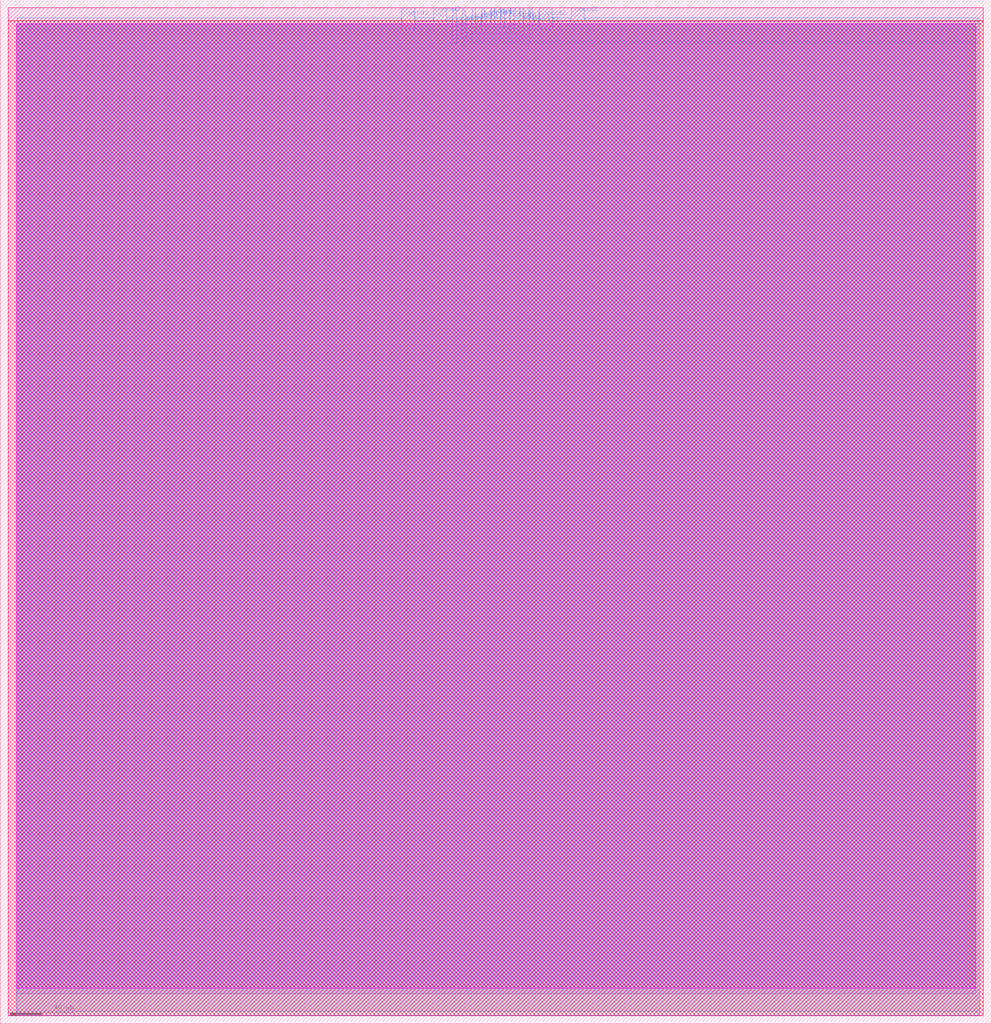
<source format=lef>
VERSION 5.7 ;
  NOWIREEXTENSIONATPIN ON ;
  DIVIDERCHAR "/" ;
  BUSBITCHARS "[]" ;
MACRO top_fgcaptest
  CLASS BLOCK ;
  FOREIGN top_fgcaptest ;
  ORIGIN 10.000 179.000 ;
  SIZE 619.600 BY 640.000 ;
  PIN vccd2
    USE POWER ;
    PORT
      LAYER met3 ;
        RECT 327.000 443.000 335.000 456.000 ;
    END
    PORT
      LAYER met3 ;
        RECT 241.000 443.000 249.000 456.000 ;
    END
  END vccd2
  PIN vssd2
    USE GROUND ;
    PORT
      LAYER met3 ;
        RECT 261.000 448.000 269.000 456.000 ;
    END
    PORT
      LAYER met3 ;
        RECT 347.000 448.000 355.000 456.000 ;
    END
  END vssd2
  PIN addr[0]
    DIRECTION INPUT ;
    USE SIGNAL ;
    ANTENNAGATEAREA 1.237500 ;
    PORT
      LAYER met3 ;
        RECT 273.000 434.000 275.000 456.000 ;
    END
  END addr[0]
  PIN addr[1]
    DIRECTION INPUT ;
    USE SIGNAL ;
    ANTENNAGATEAREA 1.237500 ;
    PORT
      LAYER met3 ;
        RECT 279.000 437.000 281.000 456.000 ;
    END
  END addr[1]
  PIN addr[2]
    DIRECTION INPUT ;
    USE SIGNAL ;
    ANTENNAGATEAREA 1.237500 ;
    PORT
      LAYER met3 ;
        RECT 285.000 440.000 287.000 456.000 ;
    END
  END addr[2]
  PIN addr[3]
    DIRECTION INPUT ;
    USE SIGNAL ;
    ANTENNAGATEAREA 1.237500 ;
    PORT
      LAYER met3 ;
        RECT 291.000 443.000 293.000 456.000 ;
    END
  END addr[3]
  PIN addr[4]
    DIRECTION INPUT ;
    USE SIGNAL ;
    ANTENNAGATEAREA 2.475000 ;
    PORT
      LAYER met3 ;
        RECT 297.000 446.000 299.000 456.000 ;
    END
  END addr[4]
  PIN addr[5]
    DIRECTION INPUT ;
    USE SIGNAL ;
    ANTENNAGATEAREA 2.475000 ;
    PORT
      LAYER met3 ;
        RECT 303.000 444.200 305.000 456.000 ;
    END
  END addr[5]
  PIN addr[6]
    DIRECTION INPUT ;
    USE SIGNAL ;
    ANTENNAGATEAREA 2.475000 ;
    PORT
      LAYER met3 ;
        RECT 309.000 441.200 311.000 456.000 ;
    END
  END addr[6]
  PIN addr[7]
    DIRECTION INPUT ;
    USE SIGNAL ;
    ANTENNAGATEAREA 2.475000 ;
    PORT
      LAYER met3 ;
        RECT 315.000 438.200 317.000 456.000 ;
    END
  END addr[7]
  PIN addr[8]
    DIRECTION INPUT ;
    USE SIGNAL ;
    ANTENNAGATEAREA 8.415000 ;
    PORT
      LAYER met3 ;
        RECT 321.000 435.200 323.000 456.000 ;
    END
  END addr[8]
  OBS
      LAYER nwell ;
        RECT 0.000 -157.065 599.830 446.230 ;
      LAYER li1 ;
        RECT 0.020 -156.935 599.810 446.210 ;
      LAYER met1 ;
        RECT 0.010 -160.375 599.820 446.220 ;
      LAYER met2 ;
        RECT 0.000 -171.175 602.420 446.230 ;
      LAYER met3 ;
        RECT 0.580 442.600 240.600 450.000 ;
        RECT 249.400 447.600 260.600 450.000 ;
        RECT 269.400 447.600 272.600 450.000 ;
        RECT 249.400 442.600 272.600 447.600 ;
        RECT 0.580 433.600 272.600 442.600 ;
        RECT 275.400 436.600 278.600 450.000 ;
        RECT 281.400 439.600 284.600 450.000 ;
        RECT 287.400 442.600 290.600 450.000 ;
        RECT 293.400 445.600 296.600 450.000 ;
        RECT 299.400 445.600 302.600 450.000 ;
        RECT 293.400 443.800 302.600 445.600 ;
        RECT 305.400 443.800 308.600 450.000 ;
        RECT 293.400 442.600 308.600 443.800 ;
        RECT 287.400 440.800 308.600 442.600 ;
        RECT 311.400 440.800 314.600 450.000 ;
        RECT 287.400 439.600 314.600 440.800 ;
        RECT 281.400 437.800 314.600 439.600 ;
        RECT 317.400 437.800 320.600 450.000 ;
        RECT 281.400 436.600 320.600 437.800 ;
        RECT 275.400 434.800 320.600 436.600 ;
        RECT 323.400 442.600 326.600 450.000 ;
        RECT 335.400 447.600 346.600 450.000 ;
        RECT 355.400 447.600 602.420 450.000 ;
        RECT 335.400 442.600 602.420 447.600 ;
        RECT 323.400 434.800 602.420 442.600 ;
        RECT 275.400 433.600 602.420 434.800 ;
        RECT 0.580 -173.675 602.420 433.600 ;
      LAYER met4 ;
        RECT -5.000 -174.000 604.600 448.130 ;
      LAYER met5 ;
        RECT -5.000 -174.000 604.600 456.000 ;
  END
END top_fgcaptest
END LIBRARY


</source>
